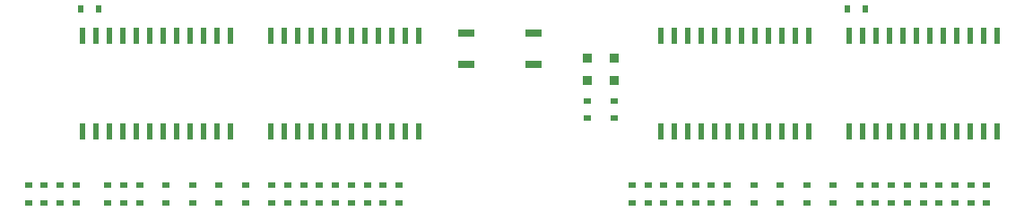
<source format=gtp>
G04 #@! TF.GenerationSoftware,KiCad,Pcbnew,no-vcs-found-7571~57~ubuntu17.04.1*
G04 #@! TF.CreationDate,2017-02-08T08:53:27+01:00*
G04 #@! TF.ProjectId,DE0-Nano_DB25,4445302D4E616E6F5F444232352E6B69,rev?*
G04 #@! TF.FileFunction,Paste,Top*
G04 #@! TF.FilePolarity,Positive*
%FSLAX46Y46*%
G04 Gerber Fmt 4.6, Leading zero omitted, Abs format (unit mm)*
G04 Created by KiCad (PCBNEW no-vcs-found-7571~57~ubuntu17.04.1) date Wed Feb  8 08:53:27 2017*
%MOMM*%
%LPD*%
G01*
G04 APERTURE LIST*
%ADD10C,0.152400*%
%ADD11R,0.480000X1.600000*%
%ADD12R,1.600000X0.800000*%
%ADD13R,0.960000X0.960000*%
%ADD14R,0.744000X0.632000*%
%ADD15R,0.632000X0.744000*%
G04 APERTURE END LIST*
D10*
D11*
X14606569Y16942593D03*
X15876569Y16942593D03*
X17146569Y16942593D03*
X18416569Y16942593D03*
X19686569Y16942593D03*
X20956569Y16942593D03*
X22226569Y16942593D03*
X23496569Y16942593D03*
X24766569Y16942593D03*
X26036569Y16942593D03*
X27306569Y16942593D03*
X28576569Y16942593D03*
X28576569Y26037593D03*
X27306569Y26037593D03*
X26036569Y26037593D03*
X24766569Y26037593D03*
X23496569Y26037593D03*
X22226569Y26037593D03*
X20956569Y26037593D03*
X19686569Y26037593D03*
X18416569Y26037593D03*
X17146569Y26037593D03*
X15876569Y26037593D03*
X14606569Y26037593D03*
X32386569Y16942593D03*
X33656569Y16942593D03*
X34926569Y16942593D03*
X36196569Y16942593D03*
X37466569Y16942593D03*
X38736569Y16942593D03*
X40006569Y16942593D03*
X41276569Y16942593D03*
X42546569Y16942593D03*
X43816569Y16942593D03*
X45086569Y16942593D03*
X46356569Y16942593D03*
X46356569Y26037593D03*
X45086569Y26037593D03*
X43816569Y26037593D03*
X42546569Y26037593D03*
X41276569Y26037593D03*
X40006569Y26037593D03*
X38736569Y26037593D03*
X37466569Y26037593D03*
X36196569Y26037593D03*
X34926569Y26037593D03*
X33656569Y26037593D03*
X32386569Y26037593D03*
X69216569Y16942593D03*
X70486569Y16942593D03*
X71756569Y16942593D03*
X73026569Y16942593D03*
X74296569Y16942593D03*
X75566569Y16942593D03*
X76836569Y16942593D03*
X78106569Y16942593D03*
X79376569Y16942593D03*
X80646569Y16942593D03*
X81916569Y16942593D03*
X83186569Y16942593D03*
X83186569Y26037593D03*
X81916569Y26037593D03*
X80646569Y26037593D03*
X79376569Y26037593D03*
X78106569Y26037593D03*
X76836569Y26037593D03*
X75566569Y26037593D03*
X74296569Y26037593D03*
X73026569Y26037593D03*
X71756569Y26037593D03*
X70486569Y26037593D03*
X69216569Y26037593D03*
X86996569Y16942593D03*
X88266569Y16942593D03*
X89536569Y16942593D03*
X90806569Y16942593D03*
X92076569Y16942593D03*
X93346569Y16942593D03*
X94616569Y16942593D03*
X95886569Y16942593D03*
X97156569Y16942593D03*
X98426569Y16942593D03*
X99696569Y16942593D03*
X100966569Y16942593D03*
X100966569Y26037593D03*
X99696569Y26037593D03*
X98426569Y26037593D03*
X97156569Y26037593D03*
X95886569Y26037593D03*
X94616569Y26037593D03*
X93346569Y26037593D03*
X92076569Y26037593D03*
X90806569Y26037593D03*
X89536569Y26037593D03*
X88266569Y26037593D03*
X86996569Y26037593D03*
D12*
X57151569Y23267593D03*
X57151569Y26267593D03*
X50801569Y23267593D03*
X50801569Y26267593D03*
D13*
X62231569Y23912593D03*
X62231569Y21812593D03*
X64771569Y23912593D03*
X64771569Y21812593D03*
D14*
X75461569Y11852593D03*
X75461569Y10212593D03*
X77961569Y11852593D03*
X77961569Y10212593D03*
X82961569Y11852593D03*
X82961569Y10212593D03*
X85461569Y11852593D03*
X85461569Y10212593D03*
X87961569Y11852593D03*
X87961569Y10212593D03*
X89461569Y11852593D03*
X89461569Y10212593D03*
X90961569Y11852593D03*
X90961569Y10212593D03*
X92461569Y11852593D03*
X92461569Y10212593D03*
X93961569Y11852593D03*
X93961569Y10212593D03*
X95461569Y11852593D03*
X95461569Y10212593D03*
X96961569Y11852593D03*
X96961569Y10212593D03*
X98461569Y11852593D03*
X98461569Y10212593D03*
X99961569Y11852593D03*
X99961569Y10212593D03*
X64771569Y18232593D03*
X64771569Y19872593D03*
X13961569Y11852593D03*
X13961569Y10212593D03*
X10961569Y11852593D03*
X10961569Y10212593D03*
X72461569Y11852593D03*
X72461569Y10212593D03*
X16961569Y11852593D03*
X16961569Y10212593D03*
X19961569Y11852593D03*
X19961569Y10212593D03*
X22461569Y11852593D03*
X22461569Y10212593D03*
X24961569Y11852593D03*
X24961569Y10212593D03*
X27461569Y11852593D03*
X27461569Y10212593D03*
X80461569Y11852593D03*
X80461569Y10212593D03*
X32461569Y11852593D03*
X32461569Y10212593D03*
X33961569Y11852593D03*
X33961569Y10212593D03*
X35461569Y11852593D03*
X35461569Y10212593D03*
X69461569Y11852593D03*
X69461569Y10212593D03*
X66461569Y11852593D03*
X66461569Y10212593D03*
X62231569Y18232593D03*
X62231569Y19872593D03*
X44461569Y11852593D03*
X44461569Y10212593D03*
X42961569Y11852593D03*
X42961569Y10212593D03*
X41461569Y11852593D03*
X41461569Y10212593D03*
X39961569Y11852593D03*
X39961569Y10212593D03*
X38461569Y11852593D03*
X38461569Y10212593D03*
X29961569Y11852593D03*
X29961569Y10212593D03*
X36961569Y11852593D03*
X36961569Y10212593D03*
X67961569Y10212593D03*
X67961569Y11852593D03*
X73961569Y10212593D03*
X73961569Y11852593D03*
X12461569Y10212593D03*
X12461569Y11852593D03*
X18461569Y10212593D03*
X18461569Y11852593D03*
X9461569Y11852593D03*
X9461569Y10212593D03*
X70961569Y11852593D03*
X70961569Y10212593D03*
D15*
X14421569Y28577593D03*
X16061569Y28577593D03*
X86811569Y28577593D03*
X88451569Y28577593D03*
M02*

</source>
